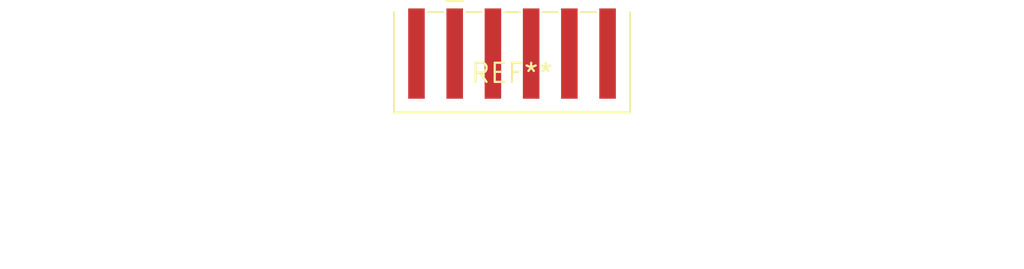
<source format=kicad_pcb>
(kicad_pcb (version 20240108) (generator pcbnew)
  (layers (0 "F.Cu" signal) (31 "B.Cu" signal) (34 "B.Paste" user) (35 "F.Paste" user) (36 "B.SilkS" user "B.Silkscreen") (37 "F.SilkS" user "F.Silkscreen") (38 "B.Mask" user) (39 "F.Mask" user) (44 "Edge.Cuts" user))
  (net 0 "")
  (footprint "Harting_har-flexicon_14110413002xxx_1x04-MP_P2.54mm_Horizontal" (layer "F.Cu") (at 0 0)
    (property "Reference" "REF**")
    (property "Value" "Harting_har-flexicon_14110413002xxx_1x04-MP_P2.54mm_Horizontal")
    (fp_line (start -7.845 -4.06) (end -7.845 2.61) (layer "F.SilkS") (stroke (width 0.12)))
    (fp_line (start -5.588 -4.06) (end -4.572 -4.06) (layer "F.SilkS") (stroke (width 0.12)))
    (fp_line (start -4.36 -4.8) (end -3.26 -4.8) (layer "F.SilkS") (stroke (width 0.12)))
    (fp_line (start -3.048 -4.06) (end -2.032 -4.06) (layer "F.SilkS") (stroke (width 0.12)))
    (fp_line (start -0.508 -4.06) (end 0.508 -4.06) (layer "F.SilkS") (stroke (width 0.12)))
    (fp_line (start 2.032 -4.06) (end 3.048 -4.06) (layer "F.SilkS") (stroke (width 0.12)))
    (fp_line (start 4.572 -4.06) (end 5.588 -4.06) (layer "F.SilkS") (stroke (width 0.12)))
    (fp_line (start 7.845 -4.06) (end 7.845 2.61) (layer "F.SilkS") (stroke (width 0.12)))
    (fp_line (start 7.845 2.61) (end -7.845 2.61) (layer "F.SilkS") (stroke (width 0.12)))
    (pad "" np_thru_hole circle (at -5.08 -1.5) (size 1 1) (drill 1) (layers *.Cu *.Mask))
    (pad "" np_thru_hole circle (at 5.08 -0.9) (size 1 1) (drill 1) (layers *.Cu *.Mask))
    (pad "1" smd rect (at -3.81 -1.3) (size 1.1 6) (layers "F.Cu" "F.Paste" "F.Mask"))
    (pad "2" smd rect (at -1.27 -1.3) (size 1.1 6) (layers "F.Cu" "F.Paste" "F.Mask"))
    (pad "3" smd rect (at 1.27 -1.3) (size 1.1 6) (layers "F.Cu" "F.Paste" "F.Mask"))
    (pad "4" smd rect (at 3.81 -1.3) (size 1.1 6) (layers "F.Cu" "F.Paste" "F.Mask"))
    (pad "MP" smd rect (at -6.35 -1.3) (size 1.1 6) (layers "F.Cu" "F.Paste" "F.Mask"))
    (pad "MP" smd rect (at 6.35 -1.3) (size 1.1 6) (layers "F.Cu" "F.Paste" "F.Mask"))
  )
)
</source>
